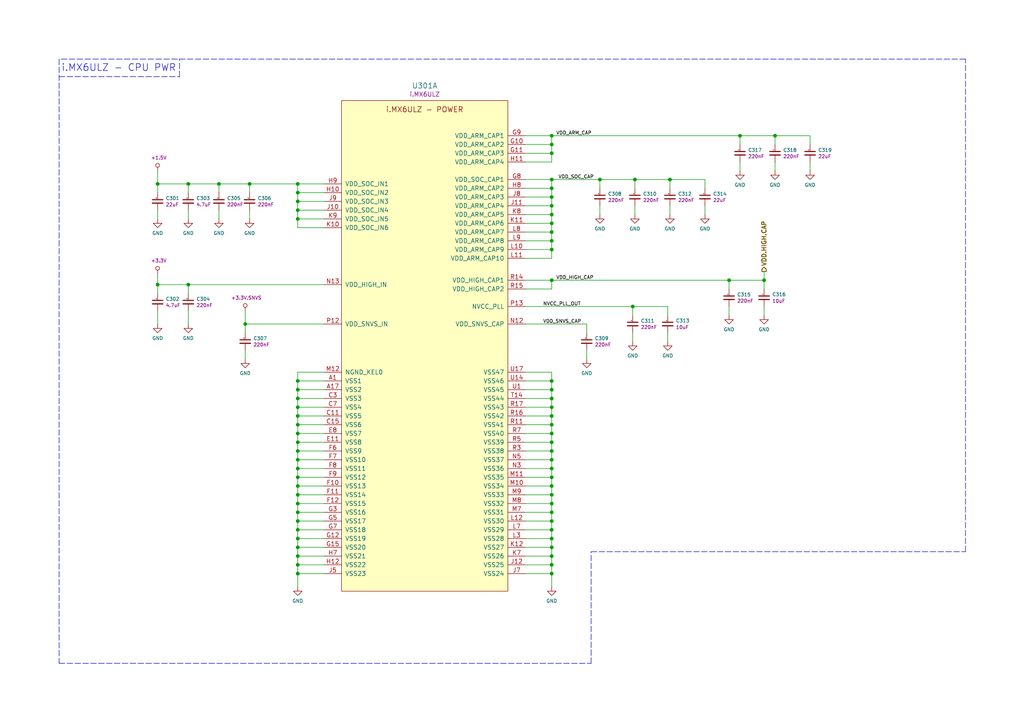
<source format=kicad_sch>
(kicad_sch (version 20211123) (generator eeschema)
  (paper "A4")
  (title_block (title "EX-PCB-10108-001") (date "2021-07-27") (rev "A") (company "OHN Electronics Inc.") (comment 1 "Uses NXP i.MX6ULx core design licensed from PolyVection UG, Germany") (comment 2 "Organelle 2 Processor board") (comment 4 "EX-PCB-10108-001 - Schematics"))
  (junction (at 45.72 82.55))
  (junction (at 160.02 52.07))
  (junction (at 160.02 163.83))
  (junction (at 194.31 52.07))
  (junction (at 86.36 163.83))
  (junction (at 160.02 72.39))
  (junction (at 86.36 130.81))
  (junction (at 160.02 153.67))
  (junction (at 86.36 153.67))
  (junction (at 160.02 151.13))
  (junction (at 160.02 41.91))
  (junction (at 86.36 53.34))
  (junction (at 86.36 135.89))
  (junction (at 86.36 120.65))
  (junction (at 173.99 52.07))
  (junction (at 160.02 67.31))
  (junction (at 86.36 166.37))
  (junction (at 160.02 44.45))
  (junction (at 86.36 156.21))
  (junction (at 183.515 88.9))
  (junction (at 71.12 93.98))
  (junction (at 86.36 140.97))
  (junction (at 184.15 52.07))
  (junction (at 160.02 110.49))
  (junction (at 221.615 81.28))
  (junction (at 160.02 64.77))
  (junction (at 224.79 39.37))
  (junction (at 54.61 53.34))
  (junction (at 86.36 123.19))
  (junction (at 86.36 133.35))
  (junction (at 160.02 143.51))
  (junction (at 86.36 60.96))
  (junction (at 86.36 151.13))
  (junction (at 160.02 120.65))
  (junction (at 160.02 148.59))
  (junction (at 160.02 138.43))
  (junction (at 86.36 143.51))
  (junction (at 86.36 158.75))
  (junction (at 160.02 118.11))
  (junction (at 211.455 81.28))
  (junction (at 160.02 158.75))
  (junction (at 86.36 63.5))
  (junction (at 72.39 53.34))
  (junction (at 160.02 39.37))
  (junction (at 86.36 125.73))
  (junction (at 160.02 59.69))
  (junction (at 86.36 58.42))
  (junction (at 160.02 54.61))
  (junction (at 214.63 39.37))
  (junction (at 160.02 62.23))
  (junction (at 160.02 69.85))
  (junction (at 45.72 53.34))
  (junction (at 86.36 118.11))
  (junction (at 160.02 123.19))
  (junction (at 160.02 115.57))
  (junction (at 160.02 57.15))
  (junction (at 86.36 128.27))
  (junction (at 54.61 82.55))
  (junction (at 86.36 55.88))
  (junction (at 160.02 156.21))
  (junction (at 160.02 166.37))
  (junction (at 160.02 113.03))
  (junction (at 160.02 130.81))
  (junction (at 63.5 53.34))
  (junction (at 86.36 161.29))
  (junction (at 86.36 115.57))
  (junction (at 86.36 148.59))
  (junction (at 160.02 161.29))
  (junction (at 86.36 110.49))
  (junction (at 160.02 133.35))
  (junction (at 86.36 146.05))
  (junction (at 160.02 128.27))
  (junction (at 86.36 138.43))
  (junction (at 160.02 140.97))
  (junction (at 160.02 146.05))
  (junction (at 160.02 135.89))
  (junction (at 160.02 125.73))
  (junction (at 86.36 113.03))
  (junction (at 160.02 81.28))
  (wire (pts (xy 86.36 146.05) (xy 86.36 148.59)))
  (wire (pts (xy 86.36 55.88) (xy 86.36 58.42)))
  (wire (pts (xy 152.4 161.29) (xy 160.02 161.29)))
  (wire (pts (xy 234.95 39.37) (xy 234.95 41.91)))
  (wire (pts (xy 93.98 130.81) (xy 86.36 130.81)))
  (wire (pts (xy 184.15 52.07) (xy 184.15 54.61)))
  (wire (pts (xy 152.4 158.75) (xy 160.02 158.75)))
  (wire (pts (xy 160.02 57.15) (xy 160.02 59.69)))
  (wire (pts (xy 45.72 85.09) (xy 45.72 82.55)))
  (wire (pts (xy 173.99 52.07) (xy 173.99 54.61)))
  (wire (pts (xy 160.02 166.37) (xy 160.02 170.18)))
  (wire (pts (xy 86.36 166.37) (xy 93.98 166.37)))
  (wire (pts (xy 86.36 53.34) (xy 93.98 53.34)))
  (wire (pts (xy 54.61 55.88) (xy 54.61 53.34)))
  (wire (pts (xy 152.4 156.21) (xy 160.02 156.21)))
  (wire (pts (xy 152.4 44.45) (xy 160.02 44.45)))
  (wire (pts (xy 86.36 118.11) (xy 86.36 120.65)))
  (wire (pts (xy 234.95 49.53) (xy 234.95 46.99)))
  (wire (pts (xy 152.4 110.49) (xy 160.02 110.49)))
  (wire (pts (xy 221.615 81.28) (xy 221.615 83.82)))
  (wire (pts (xy 152.4 163.83) (xy 160.02 163.83)))
  (wire (pts (xy 183.515 99.06) (xy 183.515 96.52)))
  (wire (pts (xy 71.12 93.98) (xy 71.12 90.17)))
  (wire (pts (xy 211.455 83.82) (xy 211.455 81.28)))
  (wire (pts (xy 93.98 156.21) (xy 86.36 156.21)))
  (wire (pts (xy 45.72 53.34) (xy 54.61 53.34)))
  (wire (pts (xy 160.02 146.05) (xy 160.02 148.59)))
  (wire (pts (xy 54.61 53.34) (xy 63.5 53.34)))
  (wire (pts (xy 152.4 72.39) (xy 160.02 72.39)))
  (wire (pts (xy 211.455 91.44) (xy 211.455 88.9)))
  (wire (pts (xy 160.02 39.37) (xy 214.63 39.37)))
  (wire (pts (xy 152.4 41.91) (xy 160.02 41.91)))
  (wire (pts (xy 93.98 60.96) (xy 86.36 60.96)))
  (wire (pts (xy 152.4 151.13) (xy 160.02 151.13)))
  (wire (pts (xy 54.61 82.55) (xy 54.61 85.09)))
  (wire (pts (xy 160.02 72.39) (xy 160.02 74.93)))
  (wire (pts (xy 93.98 118.11) (xy 86.36 118.11)))
  (wire (pts (xy 93.98 115.57) (xy 86.36 115.57)))
  (wire (pts (xy 93.98 55.88) (xy 86.36 55.88)))
  (wire (pts (xy 72.39 63.5) (xy 72.39 60.96)))
  (polyline (pts (xy 17.145 17.145) (xy 17.145 192.405)))
  (wire (pts (xy 194.31 62.23) (xy 194.31 59.69)))
  (wire (pts (xy 152.4 57.15) (xy 160.02 57.15)))
  (wire (pts (xy 160.02 39.37) (xy 160.02 41.91)))
  (polyline (pts (xy 280.035 17.145) (xy 17.145 17.145)))
  (wire (pts (xy 160.02 41.91) (xy 160.02 44.45)))
  (wire (pts (xy 224.79 49.53) (xy 224.79 46.99)))
  (wire (pts (xy 93.98 163.83) (xy 86.36 163.83)))
  (wire (pts (xy 160.02 133.35) (xy 160.02 135.89)))
  (wire (pts (xy 45.72 82.55) (xy 45.72 79.375)))
  (wire (pts (xy 152.4 138.43) (xy 160.02 138.43)))
  (wire (pts (xy 160.02 118.11) (xy 160.02 120.65)))
  (wire (pts (xy 93.98 63.5) (xy 86.36 63.5)))
  (wire (pts (xy 93.98 140.97) (xy 86.36 140.97)))
  (wire (pts (xy 183.515 88.9) (xy 193.675 88.9)))
  (wire (pts (xy 160.02 123.19) (xy 160.02 125.73)))
  (wire (pts (xy 152.4 153.67) (xy 160.02 153.67)))
  (wire (pts (xy 152.4 123.19) (xy 160.02 123.19)))
  (wire (pts (xy 224.79 39.37) (xy 224.79 41.91)))
  (wire (pts (xy 93.98 153.67) (xy 86.36 153.67)))
  (wire (pts (xy 170.18 93.98) (xy 170.18 96.52)))
  (wire (pts (xy 173.99 62.23) (xy 173.99 59.69)))
  (wire (pts (xy 86.36 151.13) (xy 86.36 153.67)))
  (wire (pts (xy 160.02 74.93) (xy 152.4 74.93)))
  (wire (pts (xy 45.72 82.55) (xy 54.61 82.55)))
  (wire (pts (xy 184.15 52.07) (xy 194.31 52.07)))
  (polyline (pts (xy 52.07 22.225) (xy 52.07 17.145)))
  (wire (pts (xy 86.36 158.75) (xy 86.36 161.29)))
  (wire (pts (xy 54.61 63.5) (xy 54.61 60.96)))
  (wire (pts (xy 86.36 166.37) (xy 86.36 170.18)))
  (wire (pts (xy 160.02 81.28) (xy 211.455 81.28)))
  (wire (pts (xy 93.98 158.75) (xy 86.36 158.75)))
  (wire (pts (xy 184.15 62.23) (xy 184.15 59.69)))
  (wire (pts (xy 93.98 133.35) (xy 86.36 133.35)))
  (wire (pts (xy 86.36 148.59) (xy 86.36 151.13)))
  (wire (pts (xy 152.4 125.73) (xy 160.02 125.73)))
  (wire (pts (xy 152.4 146.05) (xy 160.02 146.05)))
  (wire (pts (xy 152.4 140.97) (xy 160.02 140.97)))
  (wire (pts (xy 152.4 118.11) (xy 160.02 118.11)))
  (wire (pts (xy 71.12 96.52) (xy 71.12 93.98)))
  (wire (pts (xy 160.02 140.97) (xy 160.02 143.51)))
  (wire (pts (xy 45.72 55.88) (xy 45.72 53.34)))
  (wire (pts (xy 86.36 66.04) (xy 93.98 66.04)))
  (wire (pts (xy 152.4 93.98) (xy 170.18 93.98)))
  (wire (pts (xy 72.39 55.88) (xy 72.39 53.34)))
  (wire (pts (xy 93.98 151.13) (xy 86.36 151.13)))
  (wire (pts (xy 86.36 115.57) (xy 86.36 118.11)))
  (wire (pts (xy 86.36 107.95) (xy 86.36 110.49)))
  (polyline (pts (xy 171.45 192.405) (xy 171.45 160.02)))
  (wire (pts (xy 93.98 125.73) (xy 86.36 125.73)))
  (polyline (pts (xy 17.145 192.405) (xy 171.45 192.405)))
  (wire (pts (xy 93.98 135.89) (xy 86.36 135.89)))
  (wire (pts (xy 93.98 128.27) (xy 86.36 128.27)))
  (wire (pts (xy 86.36 161.29) (xy 86.36 163.83)))
  (wire (pts (xy 86.36 123.19) (xy 86.36 125.73)))
  (wire (pts (xy 173.99 52.07) (xy 184.15 52.07)))
  (wire (pts (xy 160.02 156.21) (xy 160.02 158.75)))
  (wire (pts (xy 63.5 53.34) (xy 72.39 53.34)))
  (wire (pts (xy 86.36 58.42) (xy 86.36 60.96)))
  (wire (pts (xy 152.4 135.89) (xy 160.02 135.89)))
  (wire (pts (xy 193.675 88.9) (xy 193.675 91.44)))
  (polyline (pts (xy 171.45 160.02) (xy 280.035 160.02)))
  (wire (pts (xy 152.4 54.61) (xy 160.02 54.61)))
  (polyline (pts (xy 17.145 22.225) (xy 52.07 22.225)))
  (wire (pts (xy 86.36 120.65) (xy 93.98 120.65)))
  (wire (pts (xy 152.4 107.95) (xy 160.02 107.95)))
  (wire (pts (xy 93.98 107.95) (xy 86.36 107.95)))
  (wire (pts (xy 152.4 59.69) (xy 160.02 59.69)))
  (wire (pts (xy 160.02 113.03) (xy 160.02 115.57)))
  (wire (pts (xy 160.02 83.82) (xy 160.02 81.28)))
  (wire (pts (xy 152.4 143.51) (xy 160.02 143.51)))
  (wire (pts (xy 160.02 120.65) (xy 152.4 120.65)))
  (wire (pts (xy 93.98 123.19) (xy 86.36 123.19)))
  (wire (pts (xy 214.63 49.53) (xy 214.63 46.99)))
  (wire (pts (xy 93.98 113.03) (xy 86.36 113.03)))
  (wire (pts (xy 152.4 115.57) (xy 160.02 115.57)))
  (wire (pts (xy 152.4 148.59) (xy 160.02 148.59)))
  (wire (pts (xy 86.36 63.5) (xy 86.36 66.04)))
  (wire (pts (xy 86.36 53.34) (xy 86.36 55.88)))
  (wire (pts (xy 86.36 140.97) (xy 86.36 143.51)))
  (wire (pts (xy 93.98 146.05) (xy 86.36 146.05)))
  (wire (pts (xy 45.72 49.53) (xy 45.72 53.34)))
  (wire (pts (xy 160.02 46.99) (xy 152.4 46.99)))
  (wire (pts (xy 86.36 120.65) (xy 86.36 123.19)))
  (wire (pts (xy 86.36 110.49) (xy 86.36 113.03)))
  (wire (pts (xy 63.5 55.88) (xy 63.5 53.34)))
  (wire (pts (xy 71.12 93.98) (xy 93.98 93.98)))
  (wire (pts (xy 86.36 130.81) (xy 86.36 133.35)))
  (wire (pts (xy 152.4 113.03) (xy 160.02 113.03)))
  (wire (pts (xy 86.36 135.89) (xy 86.36 138.43)))
  (wire (pts (xy 93.98 148.59) (xy 86.36 148.59)))
  (wire (pts (xy 93.98 161.29) (xy 86.36 161.29)))
  (wire (pts (xy 93.98 58.42) (xy 86.36 58.42)))
  (wire (pts (xy 160.02 115.57) (xy 160.02 118.11)))
  (wire (pts (xy 86.36 133.35) (xy 86.36 135.89)))
  (wire (pts (xy 221.615 78.74) (xy 221.615 81.28)))
  (wire (pts (xy 160.02 44.45) (xy 160.02 46.99)))
  (wire (pts (xy 221.615 91.44) (xy 221.615 88.9)))
  (wire (pts (xy 160.02 163.83) (xy 160.02 166.37)))
  (wire (pts (xy 160.02 67.31) (xy 160.02 69.85)))
  (wire (pts (xy 86.36 156.21) (xy 86.36 158.75)))
  (wire (pts (xy 86.36 125.73) (xy 86.36 128.27)))
  (polyline (pts (xy 280.035 160.02) (xy 280.035 17.145)))
  (wire (pts (xy 160.02 64.77) (xy 160.02 67.31)))
  (wire (pts (xy 224.79 39.37) (xy 234.95 39.37)))
  (wire (pts (xy 45.72 90.17) (xy 45.72 93.98)))
  (wire (pts (xy 160.02 125.73) (xy 160.02 128.27)))
  (wire (pts (xy 54.61 82.55) (xy 93.98 82.55)))
  (wire (pts (xy 152.4 62.23) (xy 160.02 62.23)))
  (wire (pts (xy 86.36 138.43) (xy 86.36 140.97)))
  (wire (pts (xy 86.36 143.51) (xy 86.36 146.05)))
  (wire (pts (xy 160.02 120.65) (xy 160.02 123.19)))
  (wire (pts (xy 193.675 99.06) (xy 193.675 96.52)))
  (wire (pts (xy 214.63 39.37) (xy 224.79 39.37)))
  (wire (pts (xy 160.02 158.75) (xy 160.02 161.29)))
  (wire (pts (xy 45.72 63.5) (xy 45.72 60.96)))
  (wire (pts (xy 160.02 52.07) (xy 160.02 54.61)))
  (wire (pts (xy 93.98 138.43) (xy 86.36 138.43)))
  (wire (pts (xy 160.02 135.89) (xy 160.02 138.43)))
  (wire (pts (xy 160.02 130.81) (xy 160.02 133.35)))
  (wire (pts (xy 160.02 151.13) (xy 160.02 153.67)))
  (wire (pts (xy 160.02 110.49) (xy 160.02 113.03)))
  (wire (pts (xy 160.02 166.37) (xy 152.4 166.37)))
  (wire (pts (xy 152.4 64.77) (xy 160.02 64.77)))
  (wire (pts (xy 152.4 130.81) (xy 160.02 130.81)))
  (wire (pts (xy 152.4 83.82) (xy 160.02 83.82)))
  (wire (pts (xy 160.02 54.61) (xy 160.02 57.15)))
  (wire (pts (xy 194.31 52.07) (xy 194.31 54.61)))
  (wire (pts (xy 160.02 153.67) (xy 160.02 156.21)))
  (wire (pts (xy 204.47 52.07) (xy 204.47 54.61)))
  (wire (pts (xy 72.39 53.34) (xy 86.36 53.34)))
  (wire (pts (xy 204.47 62.23) (xy 204.47 59.69)))
  (wire (pts (xy 93.98 110.49) (xy 86.36 110.49)))
  (wire (pts (xy 152.4 52.07) (xy 160.02 52.07)))
  (wire (pts (xy 160.02 128.27) (xy 160.02 130.81)))
  (wire (pts (xy 152.4 81.28) (xy 160.02 81.28)))
  (wire (pts (xy 211.455 81.28) (xy 221.615 81.28)))
  (wire (pts (xy 86.36 113.03) (xy 86.36 115.57)))
  (wire (pts (xy 86.36 128.27) (xy 86.36 130.81)))
  (wire (pts (xy 54.61 90.17) (xy 54.61 93.98)))
  (wire (pts (xy 152.4 128.27) (xy 160.02 128.27)))
  (wire (pts (xy 152.4 39.37) (xy 160.02 39.37)))
  (wire (pts (xy 86.36 163.83) (xy 86.36 166.37)))
  (wire (pts (xy 160.02 107.95) (xy 160.02 110.49)))
  (wire (pts (xy 86.36 153.67) (xy 86.36 156.21)))
  (wire (pts (xy 160.02 143.51) (xy 160.02 146.05)))
  (wire (pts (xy 71.12 101.6) (xy 71.12 104.14)))
  (wire (pts (xy 160.02 69.85) (xy 160.02 72.39)))
  (wire (pts (xy 214.63 39.37) (xy 214.63 41.91)))
  (wire (pts (xy 183.515 88.9) (xy 183.515 91.44)))
  (wire (pts (xy 160.02 148.59) (xy 160.02 151.13)))
  (wire (pts (xy 152.4 67.31) (xy 160.02 67.31)))
  (wire (pts (xy 170.18 104.14) (xy 170.18 101.6)))
  (wire (pts (xy 93.98 143.51) (xy 86.36 143.51)))
  (wire (pts (xy 160.02 138.43) (xy 160.02 140.97)))
  (wire (pts (xy 160.02 52.07) (xy 173.99 52.07)))
  (wire (pts (xy 194.31 52.07) (xy 204.47 52.07)))
  (wire (pts (xy 152.4 69.85) (xy 160.02 69.85)))
  (wire (pts (xy 63.5 63.5) (xy 63.5 60.96)))
  (wire (pts (xy 152.4 88.9) (xy 183.515 88.9)))
  (wire (pts (xy 152.4 133.35) (xy 160.02 133.35)))
  (wire (pts (xy 160.02 62.23) (xy 160.02 64.77)))
  (wire (pts (xy 86.36 60.96) (xy 86.36 63.5)))
  (wire (pts (xy 160.02 59.69) (xy 160.02 62.23)))
  (wire (pts (xy 160.02 161.29) (xy 160.02 163.83)))
  (text "i.MX6ULZ - CPU PWR\n" (at 17.78 20.955 0) (effects (font (size 2.0066 2.0066)) (justify left bottom)))
  (label "VDD_SNVS_CAP" (at 157.48 93.98 0) (effects (font (size 0.9906 0.9906))))
  (label "VDD_HIGH_CAP" (at 161.29 81.28 0) (effects (font (size 0.9906 0.9906))))
  (label "NVCC_PLL_OUT" (at 157.48 88.9 0) (effects (font (size 0.9906 0.9906))))
  (label "VDD_SOC_CAP" (at 161.925 52.07 0) (effects (font (size 0.9906 0.9906))))
  (label "VDD_ARM_CAP" (at 161.29 39.37 0) (effects (font (size 0.9906 0.9906))))
  (hierarchical_label "VDD.HIGH.CAP" (shape output) (at 221.615 78.74 90) (effects (font (thickness 0.254) bold)))
  (symbol (lib_id "PV-EC-PWR-003:GND") (at 160.02 170.18 0) (unit 1)
    (property "Reference" "#PWR0101" (effects hide))
    (property "Value" "GND" (at 160.02 174.2948 0) (effects (font (size 0.9906 0.9906))))
  )
  (symbol (lib_id "PV-EC-PWR-003:GND") (at 86.36 170.18 0) (unit 1)
    (property "Reference" "#PWR0100" (effects hide))
    (property "Value" "GND" (at 86.36 174.2948 0) (effects (font (size 0.9906 0.9906))))
  )
  (symbol (lib_id "PV-EC-CAP-011:PV-EC-CAP-011-220N") (at 71.12 99.06 0) (unit 1)
    (property "Reference" "C307" (at 73.4568 98.1456 0) (effects (font (size 0.9906 0.9906)) (justify left)))
    (property "Value" "PV-EC-CAP-011-220N" (effects hide))
    (property "Footprint" "PV-EC-CAP-001:0402" (effects hide))
    (property "PV-Code" "PV-EC-CAP-011-220N" (effects hide))
    (property "Description" "220nF" (at 73.4568 99.9744 0) (effects (font (size 0.9906 0.9906)) (justify left)))
    (property "Detail" "C:0402 / 10V / 20% / X5R" (effects hide))
    (property "Option" "POPULATE" (effects hide))
    (property "Layer" "TOP" (effects hide))
    (property "Type" "SMD" (effects hide))
    (property "PV-Number" "6000001" (effects hide))
  )
  (symbol (lib_id "PV-EC-PWR-003:GND") (at 71.12 104.14 0) (unit 1)
    (property "Reference" "#PWR098" (effects hide))
    (property "Value" "GND" (at 71.12 108.2548 0) (effects (font (size 0.9906 0.9906))))
  )
  (symbol (lib_id "PV-EC-CAP-011:PV-EC-CAP-011-220N") (at 54.61 87.63 0) (unit 1)
    (property "Reference" "C304" (at 56.9468 86.7156 0) (effects (font (size 0.9906 0.9906)) (justify left)))
    (property "Value" "PV-EC-CAP-011-220N" (effects hide))
    (property "Footprint" "PV-EC-CAP-001:0402" (effects hide))
    (property "PV-Code" "PV-EC-CAP-011-220N" (effects hide))
    (property "Description" "220nF" (at 56.9468 88.5444 0) (effects (font (size 0.9906 0.9906)) (justify left)))
    (property "Detail" "C:0402 / 10V / 20% / X5R" (effects hide))
    (property "Option" "POPULATE" (effects hide))
    (property "Layer" "TOP" (effects hide))
    (property "Type" "SMD" (effects hide))
    (property "PV-Number" "6000001" (effects hide))
  )
  (symbol (lib_id "PV-EC-PWR-003:GND") (at 45.72 93.98 0) (unit 1)
    (property "Reference" "#PWR049" (effects hide))
    (property "Value" "GND" (at 45.72 98.0948 0) (effects (font (size 0.9906 0.9906))))
  )
  (symbol (lib_id "PV-EC-CAP-010:PV-EC-CAP-010-4U7") (at 45.72 87.63 0) (unit 1)
    (property "Reference" "C302" (at 48.0568 86.7156 0) (effects (font (size 0.9906 0.9906)) (justify left)))
    (property "Value" "PV-EC-CAP-010-4U7" (effects hide))
    (property "Footprint" "PV-EC-CAP-001:0402" (effects hide))
    (property "PV-Code" "PV-EC-CAP-010-4U7" (effects hide))
    (property "Description" "4.7uF" (at 48.0568 88.5444 0) (effects (font (size 0.9906 0.9906)) (justify left)))
    (property "Detail" "C:0402 / 6.3V / 20% / X5R" (effects hide))
    (property "Option" "POPULATE" (effects hide))
    (property "Layer" "TOP" (effects hide))
    (property "Type" "SMD" (effects hide))
    (property "PV-Number" "6000073" (effects hide))
  )
  (symbol (lib_id "PV-EC-PWR-003:GND") (at 54.61 63.5 0) (unit 1)
    (property "Reference" "#PWR050" (effects hide))
    (property "Value" "GND" (at 54.61 67.6148 0) (effects (font (size 0.9906 0.9906))))
  )
  (symbol (lib_id "PV-EC-PWR-003:GND") (at 54.61 93.98 0) (unit 1)
    (property "Reference" "#PWR088" (effects hide))
    (property "Value" "GND" (at 54.61 98.0948 0) (effects (font (size 0.9906 0.9906))))
  )
  (symbol (lib_id "PV-EC-CAP-011:PV-EC-CAP-011-220N") (at 72.39 58.42 0) (unit 1)
    (property "Reference" "C306" (at 74.7268 57.5056 0) (effects (font (size 0.9906 0.9906)) (justify left)))
    (property "Value" "PV-EC-CAP-011-220N" (effects hide))
    (property "Footprint" "PV-EC-CAP-001:0402" (effects hide))
    (property "PV-Code" "PV-EC-CAP-011-220N" (effects hide))
    (property "Description" "220nF" (at 74.7268 59.3344 0) (effects (font (size 0.9906 0.9906)) (justify left)))
    (property "Detail" "C:0402 / 10V / 20% / X5R" (effects hide))
    (property "Option" "POPULATE" (effects hide))
    (property "Layer" "TOP" (effects hide))
    (property "Type" "SMD" (effects hide))
    (property "PV-Number" "6000001" (effects hide))
  )
  (symbol (lib_id "PV-EC-CAP-011:PV-EC-CAP-011-220N") (at 63.5 58.42 0) (unit 1)
    (property "Reference" "C305" (at 65.8368 57.5056 0) (effects (font (size 0.9906 0.9906)) (justify left)))
    (property "Value" "PV-EC-CAP-011-220N" (effects hide))
    (property "Footprint" "PV-EC-CAP-001:0402" (effects hide))
    (property "PV-Code" "PV-EC-CAP-011-220N" (effects hide))
    (property "Description" "220nF" (at 65.8368 59.3344 0) (effects (font (size 0.9906 0.9906)) (justify left)))
    (property "Detail" "C:0402 / 10V / 20% / X5R" (effects hide))
    (property "Option" "POPULATE" (effects hide))
    (property "Layer" "TOP" (effects hide))
    (property "Type" "SMD" (effects hide))
    (property "PV-Number" "6000001" (effects hide))
  )
  (symbol (lib_id "PV-EC-CAP-010:PV-EC-CAP-010-4U7") (at 54.61 58.42 0) (unit 1)
    (property "Reference" "C303" (at 56.9468 57.5056 0) (effects (font (size 0.9906 0.9906)) (justify left)))
    (property "Value" "PV-EC-CAP-010-4U7" (effects hide))
    (property "Footprint" "PV-EC-CAP-001:0402" (effects hide))
    (property "PV-Code" "PV-EC-CAP-010-4U7" (effects hide))
    (property "Description" "4.7uF" (at 56.9468 59.3344 0) (effects (font (size 0.9906 0.9906)) (justify left)))
    (property "Detail" "C:0402 / 6.3V / 20% / X5R" (effects hide))
    (property "Option" "POPULATE" (effects hide))
    (property "Layer" "TOP" (effects hide))
    (property "Type" "SMD" (effects hide))
    (property "PV-Number" "6000073" (effects hide))
  )
  (symbol (lib_id "PV-EC-CAP-017:PV-EC-CAP-017-22U") (at 45.72 58.42 0) (unit 1)
    (property "Reference" "C301" (at 48.0568 57.5056 0) (effects (font (size 0.9906 0.9906)) (justify left)))
    (property "Value" "PV-EC-CAP-017-22U" (effects hide))
    (property "Footprint" "PV-EC-CAP-001:0603" (effects hide))
    (property "PV-Code" "PV-EC-CAP-017-22U" (effects hide))
    (property "Description" "22uF" (at 48.0568 59.3344 0) (effects (font (size 0.9906 0.9906)) (justify left)))
    (property "Detail" "C:0603 / 6.3V / 20% / X5R" (effects hide))
    (property "Option" "POPULATE" (effects hide))
    (property "Layer" "TOP" (effects hide))
    (property "Type" "SMD" (effects hide))
    (property "PV-Number" "6000002" (effects hide))
  )
  (symbol (lib_id "PV-EC-PWR-003:GND") (at 45.72 63.5 0) (unit 1)
    (property "Reference" "#PWR048" (effects hide))
    (property "Value" "GND" (at 45.72 67.6148 0) (effects (font (size 0.9906 0.9906))))
  )
  (symbol (lib_id "PV-EC-PWR-003:GND") (at 72.39 63.5 0) (unit 1)
    (property "Reference" "#PWR099" (effects hide))
    (property "Value" "GND" (at 72.39 67.6148 0) (effects (font (size 0.9906 0.9906))))
  )
  (symbol (lib_id "PV-EC-PWR-003:GND") (at 63.5 63.5 0) (unit 1)
    (property "Reference" "#PWR096" (effects hide))
    (property "Value" "GND" (at 63.5 67.6148 0) (effects (font (size 0.9906 0.9906))))
  )
  (symbol (lib_id "PV-EC-CAP-011:PV-EC-CAP-011-220N") (at 214.63 44.45 0) (unit 1)
    (property "Reference" "C317" (at 216.9668 43.5356 0) (effects (font (size 0.9906 0.9906)) (justify left)))
    (property "Value" "PV-EC-CAP-011-220N" (effects hide))
    (property "Footprint" "PV-EC-CAP-001:0402" (effects hide))
    (property "PV-Code" "PV-EC-CAP-011-220N" (effects hide))
    (property "Description" "220nF" (at 216.9668 45.3644 0) (effects (font (size 0.9906 0.9906)) (justify left)))
    (property "Detail" "C:0402 / 10V / 20% / X5R" (effects hide))
    (property "Option" "POPULATE" (effects hide))
    (property "Layer" "TOP" (effects hide))
    (property "Type" "SMD" (effects hide))
    (property "PV-Number" "6000001" (effects hide))
  )
  (symbol (lib_id "PV-EC-CAP-011:PV-EC-CAP-011-220N") (at 224.79 44.45 0) (unit 1)
    (property "Reference" "C318" (at 227.1268 43.5356 0) (effects (font (size 0.9906 0.9906)) (justify left)))
    (property "Value" "PV-EC-CAP-011-220N" (effects hide))
    (property "Footprint" "PV-EC-CAP-001:0402" (effects hide))
    (property "PV-Code" "PV-EC-CAP-011-220N" (effects hide))
    (property "Description" "220nF" (at 227.1268 45.3644 0) (effects (font (size 0.9906 0.9906)) (justify left)))
    (property "Detail" "C:0402 / 10V / 20% / X5R" (effects hide))
    (property "Option" "POPULATE" (effects hide))
    (property "Layer" "TOP" (effects hide))
    (property "Type" "SMD" (effects hide))
    (property "PV-Number" "6000001" (effects hide))
  )
  (symbol (lib_id "PV-EC-CAP-017:PV-EC-CAP-017-22U") (at 234.95 44.45 0) (unit 1)
    (property "Reference" "C319" (at 237.2868 43.5356 0) (effects (font (size 0.9906 0.9906)) (justify left)))
    (property "Value" "PV-EC-CAP-017-22U" (effects hide))
    (property "Footprint" "PV-EC-CAP-001:0603" (effects hide))
    (property "PV-Code" "PV-EC-CAP-017-22U" (effects hide))
    (property "Description" "22uF" (at 237.2868 45.3644 0) (effects (font (size 0.9906 0.9906)) (justify left)))
    (property "Detail" "C:0603 / 6.3V / 20% / X5R" (effects hide))
    (property "Option" "POPULATE" (effects hide))
    (property "Layer" "TOP" (effects hide))
    (property "Type" "SMD" (effects hide))
    (property "PV-Number" "6000002" (effects hide))
  )
  (symbol (lib_id "PV-EC-PWR-003:GND") (at 214.63 49.53 0) (unit 1)
    (property "Reference" "#PWR0114" (effects hide))
    (property "Value" "GND" (at 214.63 53.6448 0) (effects (font (size 0.9906 0.9906))))
  )
  (symbol (lib_id "PV-EC-PWR-003:GND") (at 234.95 49.53 0) (unit 1)
    (property "Reference" "#PWR0116" (effects hide))
    (property "Value" "GND" (at 234.95 53.6448 0) (effects (font (size 0.9906 0.9906))))
  )
  (symbol (lib_id "PV-EC-PWR-003:GND") (at 224.79 49.53 0) (unit 1)
    (property "Reference" "#PWR0115" (effects hide))
    (property "Value" "GND" (at 224.79 53.6448 0) (effects (font (size 0.9906 0.9906))))
  )
  (symbol (lib_id "PV-EC-CAP-011:PV-EC-CAP-011-220N") (at 173.99 57.15 0) (unit 1)
    (property "Reference" "C308" (at 176.3268 56.2356 0) (effects (font (size 0.9906 0.9906)) (justify left)))
    (property "Value" "PV-EC-CAP-011-220N" (effects hide))
    (property "Footprint" "PV-EC-CAP-001:0402" (effects hide))
    (property "PV-Code" "PV-EC-CAP-011-220N" (effects hide))
    (property "Description" "220nF" (at 176.3268 58.0644 0) (effects (font (size 0.9906 0.9906)) (justify left)))
    (property "Detail" "C:0402 / 10V / 20% / X5R" (effects hide))
    (property "Option" "POPULATE" (effects hide))
    (property "Layer" "TOP" (effects hide))
    (property "Type" "SMD" (effects hide))
    (property "PV-Number" "6000001" (effects hide))
  )
  (symbol (lib_id "PV-EC-CAP-011:PV-EC-CAP-011-220N") (at 184.15 57.15 0) (unit 1)
    (property "Reference" "C310" (at 186.4868 56.2356 0) (effects (font (size 0.9906 0.9906)) (justify left)))
    (property "Value" "PV-EC-CAP-011-220N" (effects hide))
    (property "Footprint" "PV-EC-CAP-001:0402" (effects hide))
    (property "PV-Code" "PV-EC-CAP-011-220N" (effects hide))
    (property "Description" "220nF" (at 186.4868 58.0644 0) (effects (font (size 0.9906 0.9906)) (justify left)))
    (property "Detail" "C:0402 / 10V / 20% / X5R" (effects hide))
    (property "Option" "POPULATE" (effects hide))
    (property "Layer" "TOP" (effects hide))
    (property "Type" "SMD" (effects hide))
    (property "PV-Number" "6000001" (effects hide))
  )
  (symbol (lib_id "PV-EC-CAP-011:PV-EC-CAP-011-220N") (at 194.31 57.15 0) (unit 1)
    (property "Reference" "C312" (at 196.6468 56.2356 0) (effects (font (size 0.9906 0.9906)) (justify left)))
    (property "Value" "PV-EC-CAP-011-220N" (effects hide))
    (property "Footprint" "PV-EC-CAP-001:0402" (effects hide))
    (property "PV-Code" "PV-EC-CAP-011-220N" (effects hide))
    (property "Description" "220nF" (at 196.6468 58.0644 0) (effects (font (size 0.9906 0.9906)) (justify left)))
    (property "Detail" "C:0402 / 10V / 20% / X5R" (effects hide))
    (property "Option" "POPULATE" (effects hide))
    (property "Layer" "TOP" (effects hide))
    (property "Type" "SMD" (effects hide))
    (property "PV-Number" "6000001" (effects hide))
  )
  (symbol (lib_id "PV-EC-CAP-017:PV-EC-CAP-017-22U") (at 204.47 57.15 0) (unit 1)
    (property "Reference" "C314" (at 206.8068 56.2356 0) (effects (font (size 0.9906 0.9906)) (justify left)))
    (property "Value" "PV-EC-CAP-017-22U" (effects hide))
    (property "Footprint" "PV-EC-CAP-001:0603" (effects hide))
    (property "PV-Code" "PV-EC-CAP-017-22U" (effects hide))
    (property "Description" "22uF" (at 206.8068 58.0644 0) (effects (font (size 0.9906 0.9906)) (justify left)))
    (property "Detail" "C:0603 / 6.3V / 20% / X5R" (effects hide))
    (property "Option" "POPULATE" (effects hide))
    (property "Layer" "TOP" (effects hide))
    (property "Type" "SMD" (effects hide))
    (property "PV-Number" "6000002" (effects hide))
  )
  (symbol (lib_id "PV-EC-PWR-003:GND") (at 173.99 62.23 0) (unit 1)
    (property "Reference" "#PWR0104" (effects hide))
    (property "Value" "GND" (at 173.99 66.3448 0) (effects (font (size 0.9906 0.9906))))
  )
  (symbol (lib_id "PV-EC-PWR-003:GND") (at 184.15 62.23 0) (unit 1)
    (property "Reference" "#PWR0108" (effects hide))
    (property "Value" "GND" (at 184.15 66.3448 0) (effects (font (size 0.9906 0.9906))))
  )
  (symbol (lib_id "PV-EC-PWR-003:GND") (at 194.31 62.23 0) (unit 1)
    (property "Reference" "#PWR0110" (effects hide))
    (property "Value" "GND" (at 194.31 66.3448 0) (effects (font (size 0.9906 0.9906))))
  )
  (symbol (lib_id "PV-EC-PWR-003:GND") (at 204.47 62.23 0) (unit 1)
    (property "Reference" "#PWR0111" (effects hide))
    (property "Value" "GND" (at 204.47 66.3448 0) (effects (font (size 0.9906 0.9906))))
  )
  (symbol (lib_id "PV-EC-CAP-011:PV-EC-CAP-011-220N") (at 211.455 86.36 0) (unit 1)
    (property "Reference" "C315" (at 213.7918 85.4456 0) (effects (font (size 0.9906 0.9906)) (justify left)))
    (property "Value" "PV-EC-CAP-011-220N" (effects hide))
    (property "Footprint" "PV-EC-CAP-001:0402" (effects hide))
    (property "PV-Code" "PV-EC-CAP-011-220N" (effects hide))
    (property "Description" "220nF" (at 213.7918 87.2744 0) (effects (font (size 0.9906 0.9906)) (justify left)))
    (property "Detail" "C:0402 / 10V / 20% / X5R" (effects hide))
    (property "Option" "POPULATE" (effects hide))
    (property "Layer" "TOP" (effects hide))
    (property "Type" "SMD" (effects hide))
    (property "PV-Number" "6000001" (effects hide))
  )
  (symbol (lib_id "PV-EC-PWR-003:GND") (at 211.455 91.44 0) (unit 1)
    (property "Reference" "#PWR0112" (effects hide))
    (property "Value" "GND" (at 211.455 95.5548 0) (effects (font (size 0.9906 0.9906))))
  )
  (symbol (lib_id "PV-EC-PWR-003:GND") (at 221.615 91.44 0) (unit 1)
    (property "Reference" "#PWR0113" (effects hide))
    (property "Value" "GND" (at 221.615 95.5548 0) (effects (font (size 0.9906 0.9906))))
  )
  (symbol (lib_id "PV-EC-CAP-011:PV-EC-CAP-011-220N") (at 183.515 93.98 0) (unit 1)
    (property "Reference" "C311" (at 185.8518 93.0656 0) (effects (font (size 0.9906 0.9906)) (justify left)))
    (property "Value" "PV-EC-CAP-011-220N" (effects hide))
    (property "Footprint" "PV-EC-CAP-001:0402" (effects hide))
    (property "PV-Code" "PV-EC-CAP-011-220N" (effects hide))
    (property "Description" "220nF" (at 185.8518 94.8944 0) (effects (font (size 0.9906 0.9906)) (justify left)))
    (property "Detail" "C:0402 / 10V / 20% / X5R" (effects hide))
    (property "Option" "POPULATE" (effects hide))
    (property "Layer" "TOP" (effects hide))
    (property "Type" "SMD" (effects hide))
    (property "PV-Number" "6000001" (effects hide))
  )
  (symbol (lib_id "PV-EC-PWR-003:GND") (at 183.515 99.06 0) (unit 1)
    (property "Reference" "#PWR0105" (effects hide))
    (property "Value" "GND" (at 183.515 103.1748 0) (effects (font (size 0.9906 0.9906))))
  )
  (symbol (lib_id "PV-EC-PWR-003:GND") (at 193.675 99.06 0) (unit 1)
    (property "Reference" "#PWR0109" (effects hide))
    (property "Value" "GND" (at 193.675 103.1748 0) (effects (font (size 0.9906 0.9906))))
  )
  (symbol (lib_id "PV-EC-CAP-011:PV-EC-CAP-011-220N") (at 170.18 99.06 0) (unit 1)
    (property "Reference" "C309" (at 172.5168 98.1456 0) (effects (font (size 0.9906 0.9906)) (justify left)))
    (property "Value" "PV-EC-CAP-011-220N" (effects hide))
    (property "Footprint" "PV-EC-CAP-001:0402" (effects hide))
    (property "PV-Code" "PV-EC-CAP-011-220N" (effects hide))
    (property "Description" "220nF" (at 172.5168 99.9744 0) (effects (font (size 0.9906 0.9906)) (justify left)))
    (property "Detail" "C:0402 / 10V / 20% / X5R" (effects hide))
    (property "Option" "POPULATE" (effects hide))
    (property "Layer" "TOP" (effects hide))
    (property "Type" "SMD" (effects hide))
    (property "PV-Number" "6000001" (effects hide))
  )
  (symbol (lib_id "PV-EC-PWR-003:GND") (at 170.18 104.14 0) (unit 1)
    (property "Reference" "#PWR0102" (effects hide))
    (property "Value" "GND" (at 170.18 108.2548 0) (effects (font (size 0.9906 0.9906))))
  )
  (symbol (lib_id "PV-EC-CAP-017:PV-EC-CAP-017-10U") (at 193.675 93.98 0) (unit 1)
    (property "Reference" "C313" (at 196.0118 93.0148 0) (effects (font (size 0.9906 0.9906)) (justify left)))
    (property "Value" "PV-EC-CAP-017-10U" (effects hide))
    (property "Footprint" "PV-EC-CAP-001:0603" (effects hide))
    (property "PV-Code" "PV-EC-CAP-017-10U" (effects hide))
    (property "PV-Number" "6000369" (effects hide))
    (property "Description" "10uF" (at 196.0118 94.9198 0) (effects (font (size 0.9906 0.9906)) (justify left)))
    (property "Detail" "C:0603 / 6.3V / 20% / X5R" (effects hide))
    (property "Option" "POPULATE" (effects hide))
    (property "Layer" "TOP" (effects hide))
    (property "Type" "SMD" (effects hide))
  )
  (symbol (lib_id "PV-EC-CAP-017:PV-EC-CAP-017-10U") (at 221.615 86.36 0) (unit 1)
    (property "Reference" "C316" (at 223.9518 85.3948 0) (effects (font (size 0.9906 0.9906)) (justify left)))
    (property "Value" "PV-EC-CAP-017-10U" (effects hide))
    (property "Footprint" "PV-EC-CAP-001:0603" (effects hide))
    (property "PV-Code" "PV-EC-CAP-017-10U" (effects hide))
    (property "PV-Number" "6000369" (effects hide))
    (property "Description" "10uF" (at 223.9518 87.2998 0) (effects (font (size 0.9906 0.9906)) (justify left)))
    (property "Detail" "C:0603 / 6.3V / 20% / X5R" (effects hide))
    (property "Option" "POPULATE" (effects hide))
    (property "Layer" "TOP" (effects hide))
    (property "Type" "SMD" (effects hide))
  )
  (symbol (lib_id "PV-EC-PWR-003:+1.5V_INPUT") (at 45.72 49.53 0) (unit 1)
    (property "Reference" "#PWR01" (effects hide))
    (property "Value" "+1.5V_INPUT" (effects hide))
    (property "Description" "+1.5V" (at 46.0502 45.7454 0) (effects (font (size 0.9906 0.9906))))
  )
  (symbol (lib_id "PV-EC-PWR-003:+3.3V_INPUT") (at 45.72 79.375 0) (unit 1)
    (property "Reference" "#PWR09" (effects hide))
    (property "Value" "+3.3V_INPUT" (effects hide))
    (property "Description" "+3.3V" (at 46.0502 75.5904 0) (effects (font (size 0.9906 0.9906))))
  )
  (symbol (lib_id "PV-EC-PWR-003:+3.3V_SNVS_INPUT") (at 71.12 90.17 0) (unit 1)
    (property "Reference" "#PWR097" (effects hide))
    (property "Value" "+3.3V_SNVS_INPUT" (effects hide))
    (property "Description" "+3.3V.SNVS" (at 71.4502 86.3854 0) (effects (font (size 0.9906 0.9906))))
  )
  (symbol (lib_id "PV-EC-SOC-003:PV-EC-SOC-003-004") (at 123.19 100.33 0) (unit 1)
    (property "Reference" "U301" (at 123.19 24.8666 0) (effects (font (size 1.524 1.524))))
    (property "Value" "PV-EC-SOC-003-004" (effects hide))
    (property "Footprint" "PV-EC-SOC-001:MAPBGA-289-14x14" (effects hide))
    (property "PV-Code" "PV-EC-SOC-003-004" (effects hide))
    (property "PV-Number" "6000367" (effects hide))
    (property "Description" "i.MX6ULZ" (at 123.19 27.3558 0))
    (property "Detail" "U:MCIMX6Z0DVM09AB / 1x 900 MHz / 32 bit / Z0-COMMERCIAL" (effects hide))
    (property "Option" "POPULATE" (effects hide))
    (property "Layer" "TOP" (effects hide))
    (property "Type" "SMD" (effects hide))
  )
)
</source>
